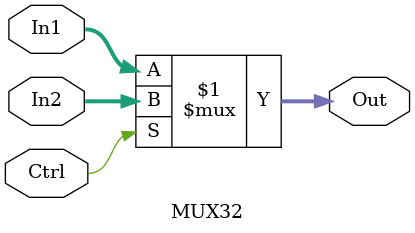
<source format=v>
`timescale 1ns / 1ps
module MUX32 (In1, In2, Ctrl, Out);
input [31:0] In1, In2; 
input Ctrl; 
output [31:0] Out;
assign Out=(Ctrl)?In2:In1;
endmodule


</source>
